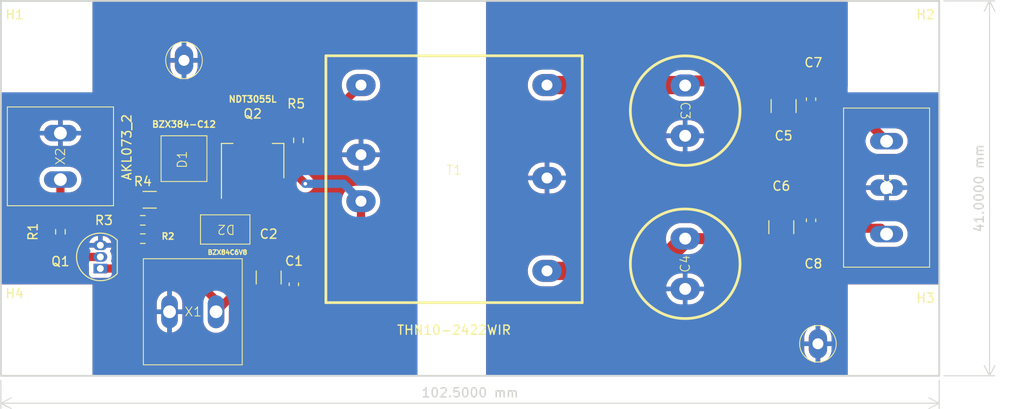
<source format=kicad_pcb>
(kicad_pcb (version 20221018) (generator pcbnew)
  (layers (0 "F.Cu" signal) (31 "B.Cu" signal) (34 "B.Paste" user) (35 "F.Paste" user) (36 "B.SilkS" user "B.Silkscreen") (37 "F.SilkS" user "F.Silkscreen") (38 "B.Mask" user) (39 "F.Mask" user) (44 "Edge.Cuts" user))
  (net 0 "")
  (net 1 "Net-(T1-Vin+(Vcc))")
  (net 2 "GND")
  (net 3 "Net-(T1-Vout+)")
  (net 4 "Net-(D1-K)")
  (net 5 "Net-(Q1-C)")
  (net 6 "Net-(Q1-B)")
  (net 7 "Net-(D2-K)")
  (net 8 "Net-(X2-MC+)")
  (net 9 "Net-(T1-Vout-)")
  (net 10 "/GND2")
  (footprint "MountingHole:MountingHole_3.5mm" (layer "F.Cu") (at 159.5 92)
    (fp_text reference "H3" (at 3.5 -3.5) (layer "F.SilkS"))
    (fp_text value "MountingHole_3.5mm" hide)
    (pad "" np_thru_hole circle (at 0 0) (size 3.5 3.5) (drill 3.5) (layers "*.Cu" "*.Mask"))
  )
  (footprint "AKL073_2:AKL073_2" (layer "F.Cu") (at 82.96 90 180)
    (fp_text reference "X1" (at -0.04 0 unlocked) (layer "F.SilkS") (effects (font (thickness 0.1))))
    (fp_text value "AKL073_2")
    (fp_line (start -5.4 -5.8) (end 5.4 -5.8) (stroke (width 0.1)) (layer "F.SilkS"))
    (fp_line (start -5.4 5.8) (end -5.4 -5.8) (stroke (width 0.1)) (layer "F.SilkS"))
    (fp_line (start 5.4 -5.8) (end 5.4 5.8) (stroke (width 0.1)) (layer "F.SilkS"))
    (fp_line (start 5.4 5.8) (end -5.4 5.8) (stroke (width 0.1)) (layer "F.SilkS"))
    (pad "1" thru_hole oval (at -2.54 0 180) (size 1.8 3.6) (drill 1.4) (layers "*.Cu" "*.Mask") (net 1 "Net-(T1-Vin+(Vcc))"))
    (pad "2" thru_hole oval (at 2.54 0 180) (size 1.8 3.6) (drill 1.4) (layers "*.Cu" "*.Mask") (net 2 "GND"))
  )
  (footprint "Capacitor_SMD:C_0603_1608Metric_Pad1.08x0.95mm_HandSolder" (layer "F.Cu") (at 150.5 80 -90)
    (fp_text reference "C8" (at 4.75 -0.25 -180) (layer "F.SilkS"))
    (fp_text value "100nF")
    (fp_line (start -0.146267 -0.51) (end 0.146267 -0.51) (stroke (width 0.12)) (layer "F.SilkS"))
    (fp_line (start -0.146267 0.51) (end 0.146267 0.51) (stroke (width 0.12)) (layer "F.SilkS"))
    (pad "1" smd roundrect (at -0.8625 0 270) (size 1.075 0.95) (layers "F.Cu" "F.Paste" "F.Mask") (net 10 "/GND2"))
    (pad "2" smd roundrect (at 0.8625 0 270) (size 1.075 0.95) (layers "F.Cu" "F.Paste" "F.Mask") (net 9 "Net-(T1-Vout-)"))
  )
  (footprint "Resistor_SMD:R_0603_1608Metric_Pad0.98x0.95mm_HandSolder" (layer "F.Cu") (at 77.5 82)
    (fp_text reference "R2" (at 2.75 -0.25) (layer "F.SilkS") (effects (font (size 0.7 0.7))))
    (fp_text value "22k")
    (fp_line (start -0.254724 -0.5225) (end 0.254724 -0.5225) (stroke (width 0.12)) (layer "F.SilkS"))
    (fp_line (start -0.254724 0.5225) (end 0.254724 0.5225) (stroke (width 0.12)) (layer "F.SilkS"))
    (pad "1" smd roundrect (at -0.9125 0) (size 0.975 0.95) (layers "F.Cu" "F.Paste" "F.Mask") (net 5 "Net-(Q1-C)"))
    (pad "2" smd roundrect (at 0.9125 0) (size 0.975 0.95) (layers "F.Cu" "F.Paste" "F.Mask") (net 1 "Net-(T1-Vin+(Vcc))"))
  )
  (footprint "Capacitor_SMD:C_1210_3225Metric_Pad1.33x2.70mm_HandSolder" (layer "F.Cu") (at 147.5 67.5 -90)
    (fp_text reference "C5" (at 3.25 0 -180) (layer "F.SilkS"))
    (fp_text value "10uF")
    (fp_line (start -0.711252 -1.36) (end 0.711252 -1.36) (stroke (width 0.12)) (layer "F.SilkS"))
    (fp_line (start -0.711252 1.36) (end 0.711252 1.36) (stroke (width 0.12)) (layer "F.SilkS"))
    (pad "1" smd roundrect (at -1.5625 0 270) (size 1.325 2.7) (layers "F.Cu" "F.Paste" "F.Mask") (roundrect_rratio 0.188679) (net 3 "Net-(T1-Vout+)"))
    (pad "2" smd roundrect (at 1.5625 0 270) (size 1.325 2.7) (layers "F.Cu" "F.Paste" "F.Mask") (roundrect_rratio 0.188679) (net 10 "/GND2"))
  )
  (footprint "Capacitor_SMD:C_1210_3225Metric_Pad1.33x2.70mm_HandSolder" (layer "F.Cu") (at 91.25 86.25 90)
    (fp_text reference "C2" (at 4.75 0 180) (layer "F.SilkS"))
    (fp_text value "10uF")
    (fp_line (start -0.711252 -1.36) (end 0.711252 -1.36) (stroke (width 0.12)) (layer "F.SilkS"))
    (fp_line (start -0.711252 1.36) (end 0.711252 1.36) (stroke (width 0.12)) (layer "F.SilkS"))
    (pad "1" smd roundrect (at -1.5625 0 90) (size 1.325 2.7) (layers "F.Cu" "F.Paste" "F.Mask") (roundrect_rratio 0.188679) (net 1 "Net-(T1-Vin+(Vcc))"))
    (pad "2" smd roundrect (at 1.5625 0 90) (size 1.325 2.7) (layers "F.Cu" "F.Paste" "F.Mask") (roundrect_rratio 0.188679) (net 2 "GND"))
  )
  (footprint "soldernail-RTML:Soldernail" (layer "F.Cu") (at 82 62.5)
    (fp_text reference "U1" hide)
    (fp_text value "~" hide)
    (fp_circle (center 0 0) (end 2 0) (stroke (width 0.1)) (fill none) (layer "F.SilkS"))
    (pad "1" thru_hole oval (at 0 0) (size 2 3.2) (drill 1.2) (layers "*.Cu" "*.Mask") (net 2 "GND"))
  )
  (footprint "BZX84C6V8:BZY84C6V8" (layer "F.Cu") (at 86.5 81 180)
    (fp_text reference "D2" (at -0.1 0 180 unlocked) (layer "F.SilkS") (effects (font (thickness 0.1))))
    (fp_text value "BZX84C6V8" (at -0.25 -2.5 unlocked) (layer "F.SilkS") (effects (font (size 0.5 0.5) (thickness 0.125))))
    (fp_line (start -2.7 -1.6) (end 2.7 -1.6) (stroke (width 0.1)) (layer "F.SilkS"))
    (fp_line (start -2.7 1.6) (end -2.7 -1.6) (stroke (width 0.1)) (layer "F.SilkS"))
    (fp_line (start 2.7 -1.6) (end 2.7 1.6) (stroke (width 0.1)) (layer "F.SilkS"))
    (fp_line (start 2.7 1.6) (end -2.7 1.6) (stroke (width 0.1)) (layer "F.SilkS"))
    (pad "1" smd roundrect (at -1.45 0 180) (size 1.5 1.2) (layers "F.Cu" "F.Paste" "F.Mask") (net 7 "Net-(D2-K)"))
    (pad "2" smd roundrect (at 1.45 0 180) (size 1.5 1.2) (layers "F.Cu" "F.Paste" "F.Mask") (net 2 "GND"))
  )
  (footprint "MountingHole:MountingHole_3.5mm" (layer "F.Cu") (at 67 92)
    (fp_text reference "H4" (at -3.5 -4) (layer "F.SilkS"))
    (fp_text value "MountingHole_3.5mm" hide)
    (pad "" np_thru_hole circle (at 0 0) (size 3.5 3.5) (drill 3.5) (layers "*.Cu" "*.Mask"))
  )
  (footprint "Resistor_SMD:R_0603_1608Metric_Pad0.98x0.95mm_HandSolder" (layer "F.Cu") (at 77.5 80 180)
    (fp_text reference "R3" (at 4.25 0) (layer "F.SilkS"))
    (fp_text value "1k")
    (fp_line (start -0.254724 -0.5225) (end 0.254724 -0.5225) (stroke (width 0.12)) (layer "F.SilkS"))
    (fp_line (start -0.254724 0.5225) (end 0.254724 0.5225) (stroke (width 0.12)) (layer "F.SilkS"))
    (pad "1" smd roundrect (at -0.9125 0 180) (size 0.975 0.95) (layers "F.Cu" "F.Paste" "F.Mask") (net 4 "Net-(D1-K)"))
    (pad "2" smd roundrect (at 0.9125 0 180) (size 0.975 0.95) (layers "F.Cu" "F.Paste" "F.Mask") (net 5 "Net-(Q1-C)"))
  )
  (footprint "soldernail-RTML:Soldernail" (layer "F.Cu") (at 151.25 93.5)
    (fp_text reference "U2" hide)
    (fp_text value "~" hide)
    (fp_circle (center 0 0) (end 2 0) (stroke (width 0.1)) (fill none) (layer "F.SilkS"))
    (pad "1" thru_hole oval (at 0 0) (size 2 3.2) (drill 1.2) (layers "*.Cu" "*.Mask") (net 10 "/GND2"))
  )
  (footprint "100uf_capacitance:Cout_100uf" (layer "F.Cu") (at 136.75 68 -90)
    (fp_text reference "C3" (at 0 0 -90 unlocked) (layer "F.SilkS") (effects (font (thickness 0.1))))
    (fp_text value "100uF")
    (fp_circle (center 0 0) (end 5.990826 0) (stroke (width 0.3)) (fill none) (layer "F.SilkS"))
    (pad "1" thru_hole oval (at -2.75 0 270) (size 2.4 3.2) (drill 1.3) (layers "*.Cu" "*.Mask") (net 3 "Net-(T1-Vout+)"))
    (pad "2" thru_hole oval (at 2.75 0 270) (size 2.4 3.2) (drill 1.3) (layers "*.Cu" "*.Mask") (net 10 "/GND2"))
  )
  (footprint "Resistor_SMD:R_0603_1608Metric_Pad0.98x0.95mm_HandSolder" (layer "F.Cu") (at 94.5 71.25 -90)
    (fp_text reference "R5" (at -4 0.25 -180) (layer "F.SilkS"))
    (fp_text value "5.1k")
    (fp_line (start -0.254724 -0.5225) (end 0.254724 -0.5225) (stroke (width 0.12)) (layer "F.SilkS"))
    (fp_line (start -0.254724 0.5225) (end 0.254724 0.5225) (stroke (width 0.12)) (layer "F.SilkS"))
    (pad "1" smd roundrect (at -0.9125 0 270) (size 0.975 0.95) (layers "F.Cu" "F.Paste" "F.Mask") (net 7 "Net-(D2-K)"))
    (pad "2" smd roundrect (at 0.9125 0 270) (size 0.975 0.95) (layers "F.Cu" "F.Paste" "F.Mask") (net 1 "Net-(T1-Vin+(Vcc))"))
  )
  (footprint "MountingHole:MountingHole_3.5mm" (layer "F.Cu") (at 67 61)
    (fp_text reference "H1" (at -3.5 -3.5) (layer "F.SilkS"))
    (fp_text value "MountingHole_3.5mm" hide)
    (pad "" np_thru_hole circle (at 0 0) (size 3.5 3.5) (drill 3.5) (layers "*.Cu" "*.Mask"))
  )
  (footprint "100uf_capacitance:Cout_100uf" (layer "F.Cu") (at 136.75 84.75 90)
    (fp_text reference "C4" (at 0 0 90 unlocked) (layer "F.SilkS") (effects (font (thickness 0.1))))
    (fp_text value "100uF")
    (fp_circle (center 0 0) (end 5.990826 0) (stroke (width 0.3)) (fill none) (layer "F.SilkS"))
    (pad "1" thru_hole oval (at -2.75 0 90) (size 2.4 3.2) (drill 1.3) (layers "*.Cu" "*.Mask") (net 10 "/GND2"))
    (pad "2" thru_hole oval (at 2.75 0 90) (size 2.4 3.2) (drill 1.3) (layers "*.Cu" "*.Mask") (net 9 "Net-(T1-Vout-)"))
  )
  (footprint "Capacitor_SMD:C_0603_1608Metric_Pad1.08x0.95mm_HandSolder" (layer "F.Cu") (at 94 87 90)
    (fp_text reference "C1" (at 2.55 0.02 180) (layer "F.SilkS"))
    (fp_text value "100nF")
    (fp_line (start -0.146267 -0.51) (end 0.146267 -0.51) (stroke (width 0.12)) (layer "F.SilkS"))
    (fp_line (start -0.146267 0.51) (end 0.146267 0.51) (stroke (width 0.12)) (layer "F.SilkS"))
    (pad "1" smd roundrect (at -0.8625 0 90) (size 1.075 0.95) (layers "F.Cu" "F.Paste" "F.Mask") (net 1 "Net-(T1-Vin+(Vcc))"))
    (pad "2" smd roundrect (at 0.8625 0 90) (size 1.075 0.95) (layers "F.Cu" "F.Paste" "F.Mask") (net 2 "GND"))
  )
  (footprint "Capacitor_SMD:C_0603_1608Metric_Pad1.08x0.95mm_HandSolder" (layer "F.Cu") (at 150.5 66.75 -90)
    (fp_text reference "C7" (at -4 -0.25 -180) (layer "F.SilkS"))
    (fp_text value "100nF")
    (fp_line (start -0.146267 -0.51) (end 0.146267 -0.51) (stroke (width 0.12)) (layer "F.SilkS"))
    (fp_line (start -0.146267 0.51) (end 0.146267 0.51) (stroke (width 0.12)) (layer "F.SilkS"))
    (pad "1" smd roundrect (at -0.8625 0 270) (size 1.075 0.95) (layers "F.Cu" "F.Paste" "F.Mask") (net 3 "Net-(T1-Vout+)"))
    (pad "2" smd roundrect (at 0.8625 0 270) (size 1.075 0.95) (layers "F.Cu" "F.Paste" "F.Mask") (net 10 "/GND2"))
  )
  (footprint "Capacitor_SMD:C_1210_3225Metric_Pad1.33x2.70mm_HandSolder" (layer "F.Cu") (at 147.25 80.75 -90)
    (fp_text reference "C6" (at -4.5 0 -180) (layer "F.SilkS"))
    (fp_text value "10uF")
    (fp_line (start -0.711252 -1.36) (end 0.711252 -1.36) (stroke (width 0.12)) (layer "F.SilkS"))
    (fp_line (start -0.711252 1.36) (end 0.711252 1.36) (stroke (width 0.12)) (layer "F.SilkS"))
    (pad "1" smd roundrect (at -1.5625 0 270) (size 1.325 2.7) (layers "F.Cu" "F.Paste" "F.Mask") (roundrect_rratio 0.188679) (net 10 "/GND2"))
    (pad "2" smd roundrect (at 1.5625 0 270) (size 1.325 2.7) (layers "F.Cu" "F.Paste" "F.Mask") (roundrect_rratio 0.188679) (net 9 "Net-(T1-Vout-)"))
  )
  (footprint "Resistor_SMD:R_0603_1608Metric_Pad0.98x0.95mm_HandSolder" (layer "F.Cu") (at 68.5 81.25 -90)
    (fp_text reference "R1" (at 0 3 90) (layer "F.SilkS"))
    (fp_text value "5.1k")
    (fp_line (start -0.254724 -0.5225) (end 0.254724 -0.5225) (stroke (width 0.12)) (layer "F.SilkS"))
    (fp_line (start -0.254724 0.5225) (end 0.254724 0.5225) (stroke (width 0.12)) (layer "F.SilkS"))
    (pad "1" smd roundrect (at -0.9125 0 270) (size 0.975 0.95) (layers "F.Cu" "F.Paste" "F.Mask") (net 8 "Net-(X2-MC+)"))
    (pad "2" smd roundrect (at 0.9125 0 270) (size 0.975 0.95) (layers "F.Cu" "F.Paste" "F.Mask") (net 6 "Net-(Q1-B)"))
  )
  (footprint "Package_TO_SOT_SMD:SOT-223-3_TabPin2" (layer "F.Cu") (at 89.5 73.5 90)
    (fp_text reference "Q2" (at 5.15 0 180) (layer "F.SilkS"))
    (fp_text value "NDT3055L" (at 6.75 0 180) (layer "F.SilkS") (effects (font (size 0.7 0.7))))
    (fp_line (start -4.1 -3.41) (end 1.91 -3.41) (stroke (width 0.12)) (layer "F.SilkS"))
    (fp_line (start -1.85 3.41) (end 1.91 3.41) (stroke (width 0.12)) (layer "F.SilkS"))
    (fp_line (start 1.91 -3.41) (end 1.91 -2.15) (stroke (width 0.12)) (layer "F.SilkS"))
    (fp_line (start 1.91 3.41) (end 1.91 2.15) (stroke (width 0.12)) (layer "F.SilkS"))
    (pad "1" smd rect (at -3.15 -2.3 90) (size 2 1.5) (layers "F.Cu" "F.Paste" "F.Mask") (net 4 "Net-(D1-K)"))
    (pad "2" smd rect (at -3.15 0 90) (size 2 1.5) (layers "F.Cu" "F.Paste" "F.Mask") (net 7 "Net-(D2-K)"))
    (pad "2" smd rect (at 3.15 0 90) (size 2 3.8) (layers "F.Cu" "F.Paste" "F.Mask") (net 7 "Net-(D2-K)"))
    (pad "3" smd rect (at -3.15 2.3 90) (size 2 1.5) (layers "F.Cu" "F.Paste" "F.Mask") (net 2 "GND"))
  )
  (footprint "Package_TO_SOT_THT:TO-92_Inline" (layer "F.Cu") (at 72.86 85.27 90)
    (fp_text reference "Q1" (at 0.77 -4.36 180) (layer "F.SilkS"))
    (fp_text value "BC547")
    (fp_line (start -0.53 1.85) (end 3.07 1.85) (stroke (width 0.12)) (layer "F.SilkS"))
    (fp_arc (start -0.568478 1.838478) (mid -1.132087 -0.994977) (end 1.27 -2.6) (stroke (width 0.12)) (layer "F.SilkS"))
    (fp_arc (start 1.27 -2.6) (mid 3.672087 -0.994977) (end 3.108478 1.838478) (stroke (width 0.12)) (layer "F.SilkS"))
    (pad "1" thru_hole rect (at 0 0 90) (size 1.05 1.5) (drill 0.75) (layers "*.Cu" "*.Mask") (net 5 "Net-(Q1-C)"))
    (pad "2" thru_hole oval (at 1.27 0 90) (size 1.05 1.5) (drill 0.75) (layers "*.Cu" "*.Mask") (net 6 "Net-(Q1-B)"))
    (pad "3" thru_hole oval (at 2.54 0 90) (size 1.05 1.5) (drill 0.75) (layers "*.Cu" "*.Mask") (net 2 "GND"))
  )
  (footprint "THN10-2422WIR:Traco_THN10-2422WIR" (layer "F.Cu") (at 113.5 85)
    (fp_text reference "T1" (at -2 -10.5 unlocked) (layer "F.SilkS") (effects (font (thickness 0.1))))
    (fp_text value "THN10-2422WIR" (at -2 7 unlocked) (layer "F.SilkS"))
    (fp_line (start -16 -23) (end 12 -23) (stroke (width 0.3)) (layer "F.SilkS"))
    (fp_line (start -16 4) (end -16 -23) (stroke (width 0.3)) (layer "F.SilkS"))
    (fp_line (start 12 -23) (end 12 4) (stroke (width 0.3)) (layer "F.SilkS"))
    (fp_line (start 12 4) (end -16 4) (stroke (width 0.3)) (layer "F.SilkS"))
    (pad "1" thru_hole oval (at -12.1666 -7.0934 90) (size 2.4 3.2) (drill 1.2) (layers "*.Cu" "*.Mask") (net 1 "Net-(T1-Vin+(Vcc))"))
    (pad "2" thru_hole oval (at -12.1666 -12.1734 90) (size 2.4 3.2) (drill 1.2) (layers "*.Cu" "*.Mask") (net 2 "GND"))
    (pad "3" thru_hole oval (at -12.1666 -19.7934 90) (size 2.4 3.2) (drill 1.2) (layers "*.Cu" "*.Mask") (net 7 "Net-(D2-K)"))
    (pad "4" thru_hole oval (at 8.1534 -19.7934 90) (size 2.4 3.2) (drill 1.2) (layers "*.Cu" "*.Mask") (net 3 "Net-(T1-Vout+)"))
    (pad "5" thru_hole oval (at 8.1534 -9.6334 90) (size 2.4 3.2) (drill 1.2) (layers "*.Cu" "*.Mask") (net 10 "/GND2"))
    (pad "6" thru_hole oval (at 8.1534 0.5266 90) (size 2.4 3.2) (drill 1.2) (layers "*.Cu" "*.Mask") (net 9 "Net-(T1-Vout-)"))
  )
  (footprint "AKL073_2:AKL073_2" (layer "F.Cu") (at 68.5 73 90)
    (fp_text reference "X2" (at 0 0 90 unlocked) (layer "F.SilkS") (effects (font (thickness 0.1))))
    (fp_text value "AKL073_2" (at 1 7.25 90 unlocked) (layer "F.SilkS"))
    (fp_line (start -5.4 -5.8) (end 5.4 -5.8) (stroke (width 0.1)) (layer "F.SilkS"))
    (fp_line (start -5.4 5.8) (end -5.4 -5.8) (stroke (width 0.1)) (layer "F.SilkS"))
    (fp_line (start 5.4 -5.8) (end 5.4 5.8) (stroke (width 0.1)) (layer "F.SilkS"))
    (fp_line (start 5.4 5.8) (end -5.4 5.8) (stroke (width 0.1)) (layer "F.SilkS"))
    (pad "1" thru_hole oval (at -2.54 0 90) (size 1.8 3.6) (drill 1.4) (layers "*.Cu" "*.Mask") (net 8 "Net-(X2-MC+)"))
    (pad "2" thru_hole oval (at 2.54 0 90) (size 1.8 3.6) (drill 1.4) (layers "*.Cu" "*.Mask") (net 2 "GND"))
  )
  (footprint "MountingHole:MountingHole_3.5mm" (layer "F.Cu") (at 159.5 61)
    (fp_text reference "H2" (at 3.5 -3.5) (layer "F.SilkS"))
    (fp_text value "MountingHole_3.5mm" hide)
    (pad "" np_thru_hole circle (at 0 0) (size 3.5 3.5) (drill 3.5) (layers "*.Cu" "*.Mask"))
  )
  (footprint "AKL073_3:AKL073_3" (layer "F.Cu") (at 158.75 76.42 -90)
    (fp_text reference "X3" (at -0.1 0 -90 unlocked) (layer "F.SilkS") (effects (font (thickness 0.1))))
    (fp_text value "AKL073_3")
    (fp_line (start -8.7 -4.7) (end 8.7 -4.7) (stroke (width 0.1)) (layer "F.SilkS"))
    (fp_line (start -8.7 4.7) (end -8.7 -4.7) (stroke (width 0.1)) (layer "F.SilkS"))
    (fp_line (start 8.7 -4.7) (end 8.7 4.7) (stroke (width 0.1)) (layer "F.SilkS"))
    (fp_line (start 8.7 4.7) (end -8.7 4.7) (stroke (width 0.1)) (layer "F.SilkS"))
    (pad "1" thru_hole oval (at -5.08 0 90) (size 1.8 3.6) (drill 1.4) (layers "*.Cu" "*.Mask") (net 3 "Net-(T1-Vout+)"))
    (pad "2" thru_hole oval (at 0 0 90) (size 1.8 3.6) (drill 1.4) (layers "*.Cu" "*.Mask") (net 10 "/GND2"))
    (pad "3" thru_hole oval (at 5.08 0 90) (size 1.8 3.6) (drill 1.4) (layers "*.Cu" "*.Mask") (net 9 "Net-(T1-Vout-)"))
  )
  (footprint "BZX384-C12:BZX384-C12" (layer "F.Cu") (at 82 73.25 90)
    (fp_text reference "D1" (at -0.1 -0.2 90 unlocked) (layer "F.SilkS") (effects (font (thickness 0.1))))
    (fp_text value "BZX384-C12" (at 3.75 0 unlocked) (layer "F.SilkS") (effects (font (size 0.7 0.7))))
    (fp_line (start -2.5 -2.5) (end 2.5 -2.5) (stroke (width 0.1)) (layer "F.SilkS"))
    (fp_line (start -2.5 2.5) (end -2.5 -2.5) (stroke (width 0.1)) (layer "F.SilkS"))
    (fp_line (start 2.5 -2.5) (end 2.5 2.5) (stroke (width 0.1)) (layer "F.SilkS"))
    (fp_line (start 2.5 2.5) (end -2.5 2.5) (stroke (width 0.1)) (layer "F.SilkS"))
    (pad "1" smd roundrect (at 0 1 90) (size 2.8 1.4) (layers "F.Cu" "F.Paste" "F.Mask") (net 4 "Net-(D1-K)"))
    (pad "2" smd roundrect (at -1.1 -1 90) (size 1.2 1.4) (layers "F.Cu" "F.Paste" "F.Mask") (net 2 "GND"))
    (pad "3" smd roundrect (at 1.1 -1 90) (size 1.2 1.4) (layers "F.Cu" "F.Paste" "F.Mask"))
  )
  (footprint "Resistor_SMD:R_1206_3216Metric_Pad1.30x1.75mm_HandSolder" (layer "F.Cu") (at 78.25 77.75)
    (fp_text reference "R4" (at -0.75 -2 180) (layer "F.SilkS"))
    (fp_text value "100k")
    (fp_line (start -0.727064 -0.91) (end 0.727064 -0.91) (stroke (width 0.12)) (layer "F.SilkS"))
    (fp_line (start -0.727064 0.91) (end 0.727064 0.91) (stroke (width 0.12)) (layer "F.SilkS"))
    (pad "1" smd roundrect (at -1.55 0) (size 1.3 1.75) (layers "F.Cu" "F.Paste" "F.Mask") (roundrect_rratio 0.192308) (net 2 "GND"))
    (pad "2" smd roundrect (at 1.55 0) (size 1.3 1.75) (layers "F.Cu" "F.Paste" "F.Mask") (roundrect_rratio 0.192308) (net 4 "Net-(D1-K)"))
  )
  (gr_rect (start 62 56) (end 164.5 97) (stroke (width 0.2)) (fill none) (layer "Edge.Cuts"))
  (dimension (type aligned) (layer "Edge.Cuts") (pts (xy 62 97) (xy 164.5 97)) (height 3) (gr_text "102.5000 mm" (at 113.25 98.85) (layer "Edge.Cuts") (effects (font (size 1 1) (thickness 0.15)))) (format (prefix "") (suffix "") (units 3) (units_format 1) (precision 4)) (style (thickness 0.1) (arrow_length 1.27) (text_position_mode 0) (extension_height 0.58642) (extension_offset 0.5) keep_text_aligned))
  (dimension (type aligned) (layer "Edge.Cuts") (pts (xy 164.5 56) (xy 164.5 97)) (height -5.5) (gr_text "41.0000 mm" (at 168.85 76.5 90) (layer "Edge.Cuts") (effects (font (size 1 1) (thickness 0.15)))) (format (prefix "") (suffix "") (units 3) (units_format 1) (precision 4)) (style (thickness 0.1) (arrow_length 1.27) (text_position_mode 0) (extension_height 0.58642) (extension_offset 0.5) keep_text_aligned))
  (segment (start 94 87.8625) (end 95.3875 87.8625) (width 0.9) (layer "F.Cu") (net 1))
  (segment (start 95.3875 87.8625) (end 101.3334 81.9166) (width 0.9) (layer "F.Cu") (net 1))
  (segment (start 91.25 87.8125) (end 87.6875 87.8125) (width 0.9) (layer "F.Cu") (net 1))
  (segment (start 78.4125 82) (end 78.75 82) (width 0.9) (layer "F.Cu") (net 1))
  (segment (start 101.3334 81.9166) (end 101.3334 77.9066) (width 0.9) (layer "F.Cu") (net 1))
  (segment (start 94.5 72.1625) (end 94.5 75.25) (width 0.9) (layer "F.Cu") (net 1))
  (segment (start 91.25 87.8125) (end 93.95 87.8125) (width 0.9) (layer "F.Cu") (net 1))
  (segment (start 78.75 82) (end 85.5 88.75) (width 0.9) (layer "F.Cu") (net 1))
  (segment (start 94.5 75.25) (end 95.25 76) (width 0.9) (layer "F.Cu") (net 1))
  (segment (start 100.2441 77.9066) (end 101.3334 77.9066) (width 0.9) (layer "F.Cu") (net 1))
  (segment (start 87.6875 87.8125) (end 85.5 90) (width 0.9) (layer "F.Cu") (net 1))
  (segment (start 85.5 88.75) (end 85.5 90) (width 0.9) (layer "F.Cu") (net 1))
  (via (at 95.25 76) (size 0.8) (drill 0.4) (layers "F.Cu" "B.Cu") (net 1))
  (segment (start 99.4268 76) (end 101.3334 77.9066) (width 0.9) (layer "B.Cu") (net 1))
  (segment (start 95.25 76) (end 99.4268 76) (width 0.9) (layer "B.Cu") (net 1))
  (segment (start 150.45 65.9375) (end 150.5 65.8875) (width 0.9) (layer "F.Cu") (net 3))
  (segment (start 150.5 65.8875) (end 153.2975 65.8875) (width 1) (layer "F.Cu") (net 3))
  (segment (start 121.6534 65.2066) (end 136.7066 65.2066) (width 2) (layer "F.Cu") (net 3))
  (segment (start 136.75 65.25) (end 137.25 64.75) (width 1.2) (layer "F.Cu") (net 3))
  (segment (start 137.25 64.75) (end 146.3125 64.75) (width 1.2) (layer "F.Cu") (net 3))
  (segment (start 136.7066 65.2066) (end 136.75 65.25) (width 2) (layer "F.Cu") (net 3))
  (segment (start 147.5 65.9375) (end 150.45 65.9375) (width 1) (layer "F.Cu") (net 3))
  (segment (start 146.3125 64.75) (end 147.5 65.9375) (width 1.2) (layer "F.Cu") (net 3))
  (segment (start 153.2975 65.8875) (end 158.75 71.34) (width 1) (layer "F.Cu") (net 3))
  (segment (start 79.8 79.45) (end 79.8 77.75) (width 0.9) (layer "F.Cu") (net 4))
  (segment (start 83 73.25) (end 83 75.25) (width 1.3) (layer "F.Cu") (net 4))
  (segment (start 78.4125 80) (end 79.25 80) (width 0.9) (layer "F.Cu") (net 4))
  (segment (start 83 73.25) (end 84.5 73.25) (width 1.3) (layer "F.Cu") (net 4))
  (segment (start 87.2 75.95) (end 87.2 76.65) (width 1.3) (layer "F.Cu") (net 4))
  (segment (start 83 75.25) (end 80.5 77.75) (width 1.3) (layer "F.Cu") (net 4))
  (segment (start 79.25 80) (end 79.8 79.45) (width 0.9) (layer "F.Cu") (net 4))
  (segment (start 84.5 73.25) (end 87.2 75.95) (width 1.3) (layer "F.Cu") (net 4))
  (segment (start 80.5 77.75) (end 79.8 77.75) (width 1.3) (layer "F.Cu") (net 4))
  (segment (start 72.86 85.27) (end 74.73 85.27) (width 0.9) (layer "F.Cu") (net 5))
  (segment (start 74.73 85.27) (end 76.5875 83.4125) (width 0.9) (layer "F.Cu") (net 5))
  (segment (start 76.5875 83.4125) (end 76.5875 82) (width 0.9) (layer "F.Cu") (net 5))
  (segment (start 76.5875 82) (end 76.5875 80) (width 0.9) (layer "F.Cu") (net 5))
  (segment (start 70.3375 84) (end 72.86 84) (width 0.9) (layer "F.Cu") (net 6))
  (segment (start 68.5 82.1625) (end 70.3375 84) (width 0.9) (layer "F.Cu") (net 6))
  (segment (start 96.2025 70.3375) (end 101.3334 65.2066) (width 0.9) (layer "F.Cu") (net 7))
  (segment (start 94.5 70.3375) (end 96.2025 70.3375) (width 0.9) (layer "F.Cu") (net 7))
  (segment (start 94.4875 70.35) (end 94.5 70.3375) (width 0.9) (layer "F.Cu") (net 7))
  (segment (start 89.5 76.65) (end 89.5 70.35) (width 1.3) (layer "F.Cu") (net 7))
  (segment (start 89.5 79.45) (end 89.5 76.65) (width 1) (layer "F.Cu") (net 7))
  (segment (start 89.5 70.35) (end 94.4875 70.35) (width 0.9) (layer "F.Cu") (net 7))
  (segment (start 87.95 81) (end 89.5 79.45) (width 1) (layer "F.Cu") (net 7))
  (segment (start 68.5 75.54) (end 68.5 80.3375) (width 0.9) (layer "F.Cu") (net 8))
  (segment (start 149.05 82.3125) (end 150.5 80.8625) (width 1) (layer "F.Cu") (net 9))
  (segment (start 146.9375 82) (end 147.25 82.3125) (width 1.2) (layer "F.Cu") (net 9))
  (segment (start 158.1125 80.8625) (end 158.75 81.5) (width 1) (layer "F.Cu") (net 9))
  (segment (start 150.5 80.8625) (end 158.1125 80.8625) (width 1) (layer "F.Cu") (net 9))
  (segment (start 133.2234 85.5266) (end 136.75 82) (width 2) (layer "F.Cu") (net 9))
  (segment (start 121.6534 85.5266) (end 133.2234 85.5266) (width 2) (layer "F.Cu") (net 9))
  (segment (start 147.25 82.3125) (end 149.05 82.3125) (width 1) (layer "F.Cu") (net 9))
  (segment (start 136.75 82) (end 146.9375 82) (width 1.2) (layer "F.Cu") (net 9))
  (zone (net 0) (net_name "") (layers "F&B.Cu") (connect_pads (clearance 0)) (min_thickness 0.25)
    (keepout (tracks allowed) (vias allowed) (pads allowed) (copperpour not_allowed) (footprints allowed))
    (fill (thermal_gap 0.5) (thermal_bridge_width 0.5))
    (polygon (pts (xy 62 56) (xy 62 66) (xy 72 66) (xy 72 56)))
  )
  (zone (net 0) (net_name "") (layers "F&B.Cu") (connect_pads (clearance 0)) (min_thickness 0.25)
    (keepout (tracks allowed) (vias allowed) (pads allowed) (copperpour not_allowed) (footprints allowed))
    (fill (thermal_gap 0.5) (thermal_bridge_width 0.5))
    (polygon (pts (xy 154.5 87) (xy 154.5 97) (xy 164.5 97) (xy 164.5 87)))
  )
  (zone (net 2) (net_name "GND") (layers "F&B.Cu") (connect_pads (clearance 0.5)) (min_thickness 0.25) (fill yes (thermal_gap 0.5) (thermal_bridge_width 0.5))
    (polygon (pts (xy 107.5 56) (xy 72 56) (xy 72 66) (xy 62 66) (xy 62 87) (xy 72 87) (xy 72 97) (xy 107.5 97)))
  )
  (zone (net 0) (net_name "") (layers "F&B.Cu") (connect_pads (clearance 0)) (min_thickness 0.25)
    (keepout (tracks allowed) (vias allowed) (pads allowed) (copperpour not_allowed) (footprints allowed))
    (fill (thermal_gap 0.5) (thermal_bridge_width 0.5))
    (polygon (pts (xy 62 87) (xy 62 97) (xy 72 97) (xy 72 87)))
  )
  (zone (net 0) (net_name "") (layers "F&B.Cu") (connect_pads (clearance 0)) (min_thickness 0.25)
    (keepout (tracks allowed) (vias allowed) (pads allowed) (copperpour not_allowed) (footprints allowed))
    (fill (thermal_gap 0.5) (thermal_bridge_width 0.5))
    (polygon (pts (xy 154.5 56) (xy 154.5 66) (xy 164.5 66) (xy 164.5 56)))
  )
  (zone (net 10) (net_name "/GND2") (layers "F&B.Cu") (priority 1) (connect_pads (clearance 0.5)) (min_thickness 0.25) (fill yes (thermal_gap 0.5) (thermal_bridge_width 0.5))
    (polygon (pts (xy 115 56) (xy 154.5 56) (xy 154.5 66) (xy 164.5 66) (xy 164.5 87) (xy 154.5 87) (xy 154.5 97) (xy 115 97)))
  )
)
</source>
